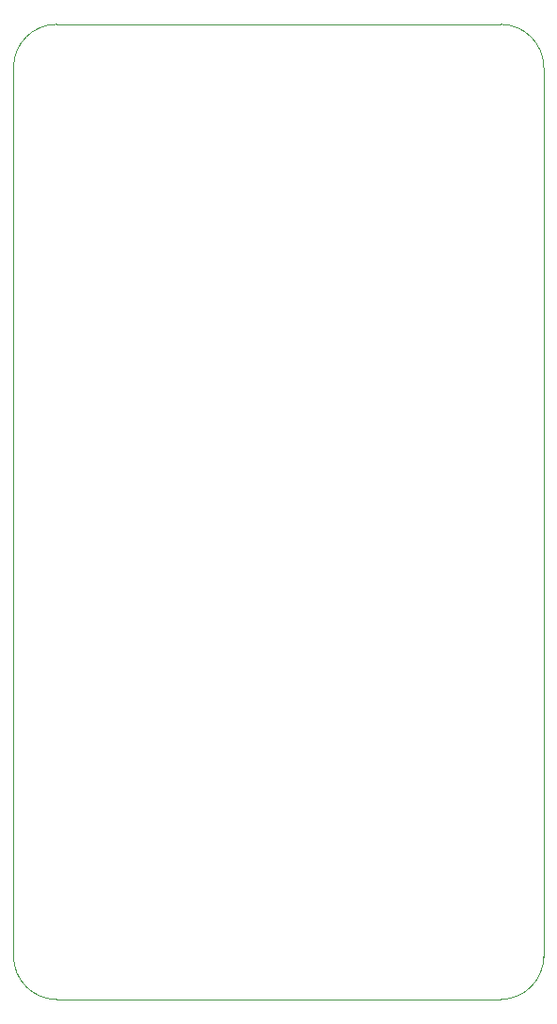
<source format=gko>
%TF.GenerationSoftware,KiCad,Pcbnew,4.0.7-e2-6376~58~ubuntu16.04.1*%
%TF.CreationDate,2018-02-09T09:37:37-08:00*%
%TF.ProjectId,6x11-Microbit-Breakout,367831312D4D6963726F6269742D4272,1.0*%
%TF.FileFunction,Profile,NP*%
%FSLAX46Y46*%
G04 Gerber Fmt 4.6, Leading zero omitted, Abs format (unit mm)*
G04 Created by KiCad (PCBNEW 4.0.7-e2-6376~58~ubuntu16.04.1) date Fri Feb  9 09:37:37 2018*
%MOMM*%
%LPD*%
G01*
G04 APERTURE LIST*
%ADD10C,0.350000*%
%ADD11C,0.040640*%
G04 APERTURE END LIST*
D10*
D11*
X97215200Y-24357200D02*
X57215200Y-24357200D01*
X57215200Y-112157200D02*
X97215200Y-112157200D01*
X101115200Y-108357200D02*
X101115200Y-28257200D01*
X101115194Y-28250393D02*
G75*
G03X97215200Y-24357200I-3899994J-6807D01*
G01*
X97215200Y-112157200D02*
G75*
G03X101115200Y-108257200I0J3900000D01*
G01*
X53315200Y-28257200D02*
X53315200Y-108257200D01*
X53315206Y-108264007D02*
G75*
G03X57215200Y-112157200I3899994J6807D01*
G01*
X57215200Y-24357200D02*
G75*
G03X53315200Y-28257200I0J-3900000D01*
G01*
M02*

</source>
